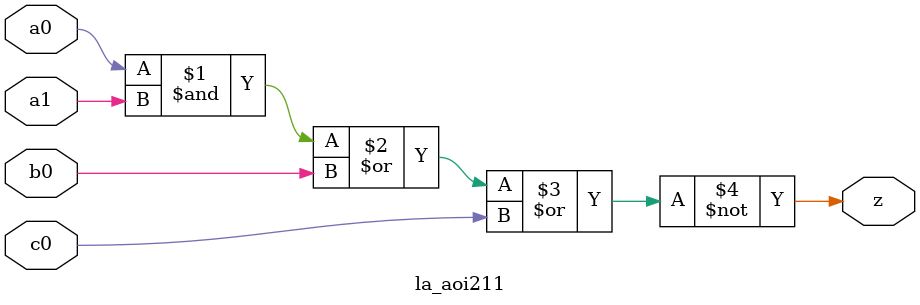
<source format=v>

module la_aoi211 #(
    parameter PROP = "DEFAULT"
) (
    input  a0,
    input  a1,
    input  b0,
    input  c0,
    output z
);

    assign z = ~((a0 & a1) | b0 | c0);

endmodule

</source>
